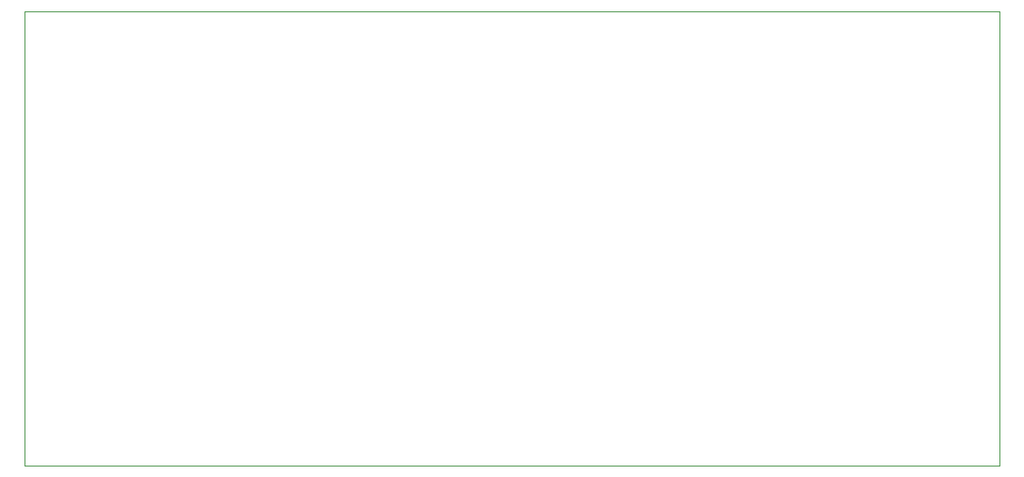
<source format=gbr>
%TF.GenerationSoftware,KiCad,Pcbnew,(5.1.10-1-10_14)*%
%TF.CreationDate,2021-11-14T12:12:58-05:00*%
%TF.ProjectId,transfer-register,7472616e-7366-4657-922d-726567697374,rev?*%
%TF.SameCoordinates,Original*%
%TF.FileFunction,Profile,NP*%
%FSLAX46Y46*%
G04 Gerber Fmt 4.6, Leading zero omitted, Abs format (unit mm)*
G04 Created by KiCad (PCBNEW (5.1.10-1-10_14)) date 2021-11-14 12:12:58*
%MOMM*%
%LPD*%
G01*
G04 APERTURE LIST*
%TA.AperFunction,Profile*%
%ADD10C,0.050000*%
%TD*%
G04 APERTURE END LIST*
D10*
X137922000Y-60452000D02*
X94488000Y-60452000D01*
X137922000Y-104394000D02*
X137922000Y-60452000D01*
X43688000Y-104394000D02*
X137922000Y-104394000D01*
X43688000Y-60452000D02*
X43688000Y-104394000D01*
X94488000Y-60452000D02*
X43688000Y-60452000D01*
M02*

</source>
